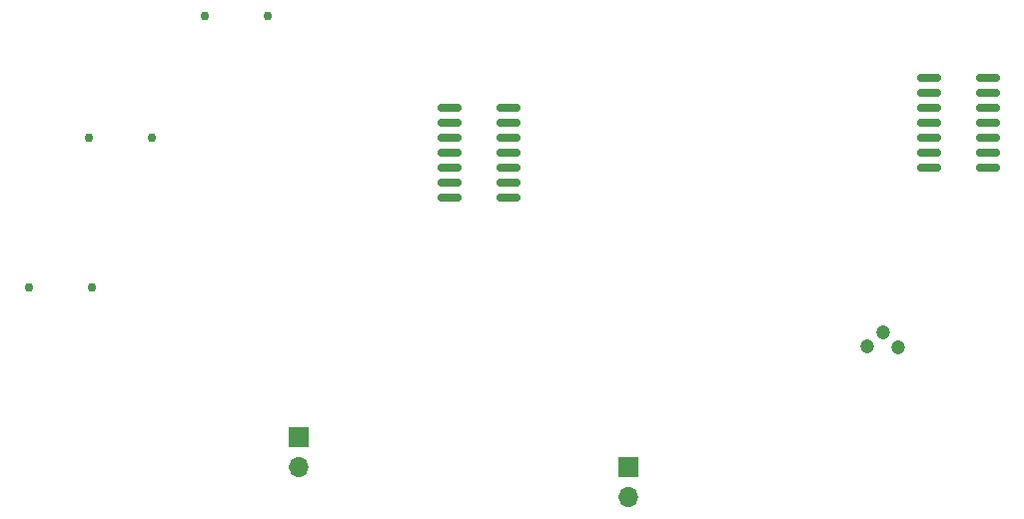
<source format=gbr>
%TF.GenerationSoftware,KiCad,Pcbnew,7.0.6*%
%TF.CreationDate,2023-07-29T19:28:03+05:30*%
%TF.ProjectId,Final_ESA_q5,46696e61-6c5f-4455-9341-5f71352e6b69,rev?*%
%TF.SameCoordinates,Original*%
%TF.FileFunction,Soldermask,Top*%
%TF.FilePolarity,Negative*%
%FSLAX46Y46*%
G04 Gerber Fmt 4.6, Leading zero omitted, Abs format (unit mm)*
G04 Created by KiCad (PCBNEW 7.0.6) date 2023-07-29 19:28:03*
%MOMM*%
%LPD*%
G01*
G04 APERTURE LIST*
G04 Aperture macros list*
%AMRoundRect*
0 Rectangle with rounded corners*
0 $1 Rounding radius*
0 $2 $3 $4 $5 $6 $7 $8 $9 X,Y pos of 4 corners*
0 Add a 4 corners polygon primitive as box body*
4,1,4,$2,$3,$4,$5,$6,$7,$8,$9,$2,$3,0*
0 Add four circle primitives for the rounded corners*
1,1,$1+$1,$2,$3*
1,1,$1+$1,$4,$5*
1,1,$1+$1,$6,$7*
1,1,$1+$1,$8,$9*
0 Add four rect primitives between the rounded corners*
20,1,$1+$1,$2,$3,$4,$5,0*
20,1,$1+$1,$4,$5,$6,$7,0*
20,1,$1+$1,$6,$7,$8,$9,0*
20,1,$1+$1,$8,$9,$2,$3,0*%
G04 Aperture macros list end*
%ADD10C,0.758000*%
%ADD11RoundRect,0.150000X-0.825000X-0.150000X0.825000X-0.150000X0.825000X0.150000X-0.825000X0.150000X0*%
%ADD12C,1.200000*%
%ADD13R,1.700000X1.700000*%
%ADD14O,1.700000X1.700000*%
G04 APERTURE END LIST*
D10*
%TO.C,R2*%
X83819985Y-81280013D03*
X89155294Y-81292194D03*
%TD*%
D11*
%TO.C,U2*%
X160150000Y-63500000D03*
X160150000Y-64770000D03*
X160150000Y-66040000D03*
X160150000Y-67310000D03*
X160150000Y-68580000D03*
X160150000Y-69850000D03*
X160150000Y-71120000D03*
X165100000Y-71120000D03*
X165100000Y-69850000D03*
X165100000Y-68580000D03*
X165100000Y-67310000D03*
X165100000Y-66040000D03*
X165100000Y-64770000D03*
X165100000Y-63500000D03*
%TD*%
%TO.C,U1*%
X119510000Y-66040000D03*
X119510000Y-67310000D03*
X119510000Y-68580000D03*
X119510000Y-69850000D03*
X119510000Y-71120000D03*
X119510000Y-72390000D03*
X119510000Y-73660000D03*
X124460000Y-73660000D03*
X124460000Y-72390000D03*
X124460000Y-71120000D03*
X124460000Y-69850000D03*
X124460000Y-68580000D03*
X124460000Y-67310000D03*
X124460000Y-66040000D03*
%TD*%
D10*
%TO.C,R1*%
X88899985Y-68580013D03*
X94235294Y-68592194D03*
%TD*%
D12*
%TO.C,Q1*%
X154907212Y-86353420D03*
X156183740Y-85096632D03*
X157480008Y-86360000D03*
%TD*%
D13*
%TO.C,J1*%
X106680000Y-93980000D03*
D14*
X106680000Y-96520000D03*
%TD*%
D10*
%TO.C,C1*%
X98713385Y-58316513D03*
X104048694Y-58328694D03*
%TD*%
D13*
%TO.C,J2*%
X134620000Y-96520000D03*
D14*
X134620000Y-99060000D03*
%TD*%
M02*

</source>
